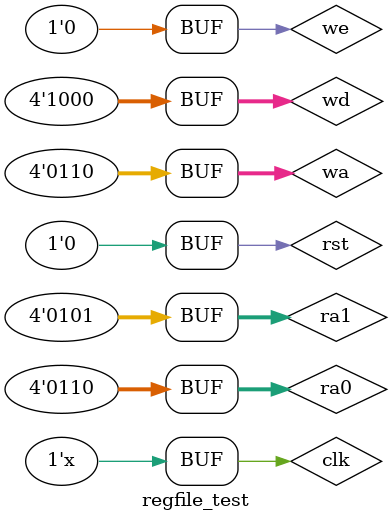
<source format=v>
`timescale 1ns / 1ps


module regfile_test();

parameter m = 4;
parameter n = 4;

reg clk;
reg rst;
reg we;

reg [m-1:0]ra0;
reg [m-1:0]ra1;
reg [m-1:0]wa;
reg [n-1:0]wd;
wire [n-1:0]rd0;
wire [n-1:0]rd1;

Regfile A1 (
	.clk(clk),
	.rst(rst),
	.we(we),
	.ra0(ra0),
	.ra1(ra1),
	.wa(wa),
	.wd(wd),
	.rd0(rd0),
	.rd1(rd1)
);
initial clk=0;
initial 
begin
rst=1;
#200 rst=0;
end
always #50 clk=~clk;
initial 
begin
we=1;
wa=4'b0101;
wd=4'b1101;
#100
we=0;
ra1=4'b0111;
#100
we=1;
wa=4'b0111;
wd=4'b1111;
#100
we=0;
ra0=4'b0111;
#100
we=1;
wa=4'b0101;
wd=4'b0000;
#100
we=0;
ra1=4'b0101;
#100
we=1;
wa=4'b0110;
wd=4'b1000;
#100
we=0;
ra0=4'b0110;
end

endmodule
</source>
